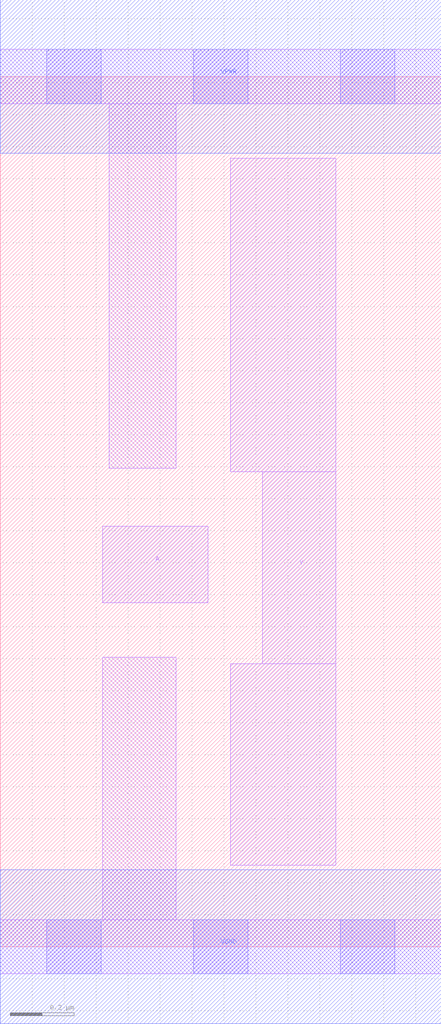
<source format=lef>
# Copyright 2020 The SkyWater PDK Authors
#
# Licensed under the Apache License, Version 2.0 (the "License");
# you may not use this file except in compliance with the License.
# You may obtain a copy of the License at
#
#     https://www.apache.org/licenses/LICENSE-2.0
#
# Unless required by applicable law or agreed to in writing, software
# distributed under the License is distributed on an "AS IS" BASIS,
# WITHOUT WARRANTIES OR CONDITIONS OF ANY KIND, either express or implied.
# See the License for the specific language governing permissions and
# limitations under the License.
#
# SPDX-License-Identifier: Apache-2.0

VERSION 5.7 ;
  NOWIREEXTENSIONATPIN ON ;
  DIVIDERCHAR "/" ;
  BUSBITCHARS "[]" ;
UNITS
  DATABASE MICRONS 200 ;
END UNITS
MACRO sky130_fd_sc_hd__inv_1
  CLASS CORE ;
  FOREIGN sky130_fd_sc_hd__inv_1 ;
  ORIGIN  0.000000  0.000000 ;
  SIZE  1.380000 BY  2.720000 ;
  SYMMETRY X Y R90 ;
  SITE unithd ;
  PIN A
    ANTENNAGATEAREA  0.247500 ;
    DIRECTION INPUT ;
    USE SIGNAL ;
    PORT
      LAYER li1 ;
        RECT 0.320000 1.075000 0.650000 1.315000 ;
    END
  END A
  PIN Y
    ANTENNADIFFAREA  0.429000 ;
    DIRECTION OUTPUT ;
    USE SIGNAL ;
    PORT
      LAYER li1 ;
        RECT 0.720000 0.255000 1.050000 0.885000 ;
        RECT 0.720000 1.485000 1.050000 2.465000 ;
        RECT 0.820000 0.885000 1.050000 1.485000 ;
    END
  END Y
  PIN VGND
    DIRECTION INOUT ;
    SHAPE ABUTMENT ;
    USE GROUND ;
    PORT
      LAYER met1 ;
        RECT 0.000000 -0.240000 1.380000 0.240000 ;
    END
  END VGND
  PIN VPWR
    DIRECTION INOUT ;
    SHAPE ABUTMENT ;
    USE POWER ;
    PORT
      LAYER met1 ;
        RECT 0.000000 2.480000 1.380000 2.960000 ;
    END
  END VPWR
  OBS
    LAYER li1 ;
      RECT 0.000000 -0.085000 1.380000 0.085000 ;
      RECT 0.000000  2.635000 1.380000 2.805000 ;
      RECT 0.320000  0.085000 0.550000 0.905000 ;
      RECT 0.340000  1.495000 0.550000 2.635000 ;
    LAYER mcon ;
      RECT 0.145000 -0.085000 0.315000 0.085000 ;
      RECT 0.145000  2.635000 0.315000 2.805000 ;
      RECT 0.605000 -0.085000 0.775000 0.085000 ;
      RECT 0.605000  2.635000 0.775000 2.805000 ;
      RECT 1.065000 -0.085000 1.235000 0.085000 ;
      RECT 1.065000  2.635000 1.235000 2.805000 ;
  END
END sky130_fd_sc_hd__inv_1
END LIBRARY

</source>
